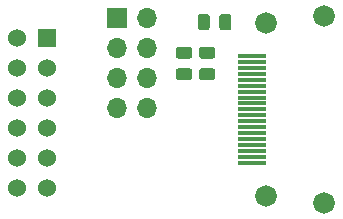
<source format=gbr>
%TF.GenerationSoftware,KiCad,Pcbnew,5.1.8*%
%TF.CreationDate,2021-01-07T21:55:06-06:00*%
%TF.ProjectId,hdmi_pmod,68646d69-5f70-46d6-9f64-2e6b69636164,rev?*%
%TF.SameCoordinates,Original*%
%TF.FileFunction,Soldermask,Top*%
%TF.FilePolarity,Negative*%
%FSLAX46Y46*%
G04 Gerber Fmt 4.6, Leading zero omitted, Abs format (unit mm)*
G04 Created by KiCad (PCBNEW 5.1.8) date 2021-01-07 21:55:06*
%MOMM*%
%LPD*%
G01*
G04 APERTURE LIST*
%ADD10R,1.700000X1.700000*%
%ADD11O,1.700000X1.700000*%
%ADD12R,1.524000X1.524000*%
%ADD13C,1.524000*%
%ADD14C,1.828800*%
%ADD15R,2.387600X0.330200*%
G04 APERTURE END LIST*
D10*
%TO.C,J1*%
X97150000Y-66000000D03*
D11*
X99690000Y-66000000D03*
X97150000Y-68540000D03*
X99690000Y-68540000D03*
X97150000Y-71080000D03*
X99690000Y-71080000D03*
X97150000Y-73620000D03*
X99690000Y-73620000D03*
%TD*%
D12*
%TO.C,PMOD0*%
X91211001Y-67716001D03*
D13*
X88671001Y-67716001D03*
X91211001Y-70256001D03*
X88671001Y-70256001D03*
X91211001Y-72796001D03*
X88671001Y-72796001D03*
X91211001Y-75336001D03*
X88671001Y-75336001D03*
X91211001Y-77876001D03*
X88671001Y-77876001D03*
X91211001Y-80416001D03*
X88671001Y-80416001D03*
%TD*%
D14*
%TO.C,J0*%
X109778800Y-66407020D03*
X109778800Y-81056978D03*
X114678790Y-65806945D03*
X114678790Y-81657053D03*
D15*
X108585000Y-69231998D03*
X108585000Y-69731999D03*
X108585000Y-70231998D03*
X108585000Y-70732000D03*
X108585000Y-71231999D03*
X108585000Y-71731998D03*
X108585000Y-72231999D03*
X108585000Y-72731998D03*
X108585000Y-73232000D03*
X108585000Y-73731999D03*
X108585000Y-74231998D03*
X108585000Y-74731999D03*
X108585000Y-75231998D03*
X108585000Y-75732000D03*
X108585000Y-76231999D03*
X108585000Y-76731998D03*
X108585000Y-77231999D03*
X108585000Y-77731998D03*
X108585000Y-78232000D03*
%TD*%
%TO.C,R1*%
G36*
G01*
X102349999Y-68425000D02*
X103250001Y-68425000D01*
G75*
G02*
X103500000Y-68674999I0J-249999D01*
G01*
X103500000Y-69200001D01*
G75*
G02*
X103250001Y-69450000I-249999J0D01*
G01*
X102349999Y-69450000D01*
G75*
G02*
X102100000Y-69200001I0J249999D01*
G01*
X102100000Y-68674999D01*
G75*
G02*
X102349999Y-68425000I249999J0D01*
G01*
G37*
G36*
G01*
X102349999Y-70250000D02*
X103250001Y-70250000D01*
G75*
G02*
X103500000Y-70499999I0J-249999D01*
G01*
X103500000Y-71025001D01*
G75*
G02*
X103250001Y-71275000I-249999J0D01*
G01*
X102349999Y-71275000D01*
G75*
G02*
X102100000Y-71025001I0J249999D01*
G01*
X102100000Y-70499999D01*
G75*
G02*
X102349999Y-70250000I249999J0D01*
G01*
G37*
%TD*%
%TO.C,R2*%
G36*
G01*
X104299999Y-70250000D02*
X105200001Y-70250000D01*
G75*
G02*
X105450000Y-70499999I0J-249999D01*
G01*
X105450000Y-71025001D01*
G75*
G02*
X105200001Y-71275000I-249999J0D01*
G01*
X104299999Y-71275000D01*
G75*
G02*
X104050000Y-71025001I0J249999D01*
G01*
X104050000Y-70499999D01*
G75*
G02*
X104299999Y-70250000I249999J0D01*
G01*
G37*
G36*
G01*
X104299999Y-68425000D02*
X105200001Y-68425000D01*
G75*
G02*
X105450000Y-68674999I0J-249999D01*
G01*
X105450000Y-69200001D01*
G75*
G02*
X105200001Y-69450000I-249999J0D01*
G01*
X104299999Y-69450000D01*
G75*
G02*
X104050000Y-69200001I0J249999D01*
G01*
X104050000Y-68674999D01*
G75*
G02*
X104299999Y-68425000I249999J0D01*
G01*
G37*
%TD*%
%TO.C,R3*%
G36*
G01*
X103962500Y-66800001D02*
X103962500Y-65899999D01*
G75*
G02*
X104212499Y-65650000I249999J0D01*
G01*
X104737501Y-65650000D01*
G75*
G02*
X104987500Y-65899999I0J-249999D01*
G01*
X104987500Y-66800001D01*
G75*
G02*
X104737501Y-67050000I-249999J0D01*
G01*
X104212499Y-67050000D01*
G75*
G02*
X103962500Y-66800001I0J249999D01*
G01*
G37*
G36*
G01*
X105787500Y-66800001D02*
X105787500Y-65899999D01*
G75*
G02*
X106037499Y-65650000I249999J0D01*
G01*
X106562501Y-65650000D01*
G75*
G02*
X106812500Y-65899999I0J-249999D01*
G01*
X106812500Y-66800001D01*
G75*
G02*
X106562501Y-67050000I-249999J0D01*
G01*
X106037499Y-67050000D01*
G75*
G02*
X105787500Y-66800001I0J249999D01*
G01*
G37*
%TD*%
M02*

</source>
